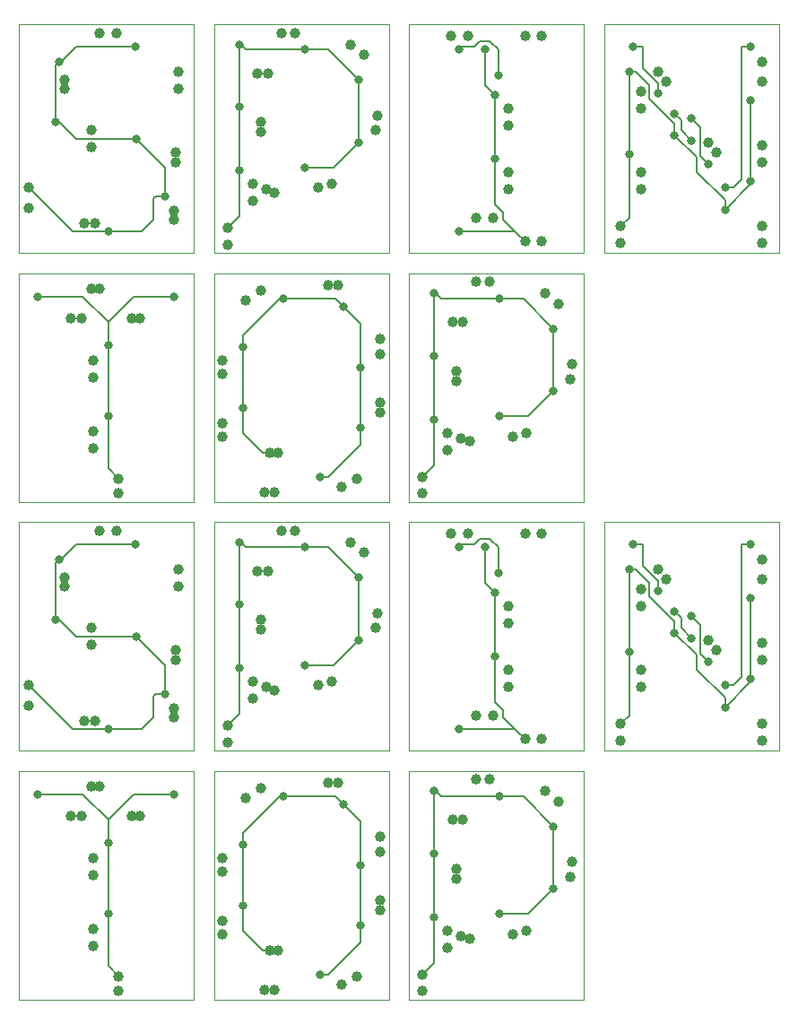
<source format=gbl>
G75*
G70*
%OFA0B0*%
%FSLAX25Y25*%
%IPPOS*%
%LPD*%
%AMOC8*
5,1,8,0,0,1.08239X$1,22.5*
%
%ADD10C,0.03970*%
%ADD14C,0.03170*%
%ADD16C,0.00600*%
%ADD17C,0.00000*%
X0010000Y0010000D02*
G75*
%LPD*%
D17*
X0010000Y0010000D02*
X0010000Y0095000D01*
X0075000Y0095000D01*
X0075000Y0010000D01*
X0010000Y0010000D01*
D10*
X0037500Y0030000D03*
X0037500Y0036250D03*
X0046870Y0018750D03*
X0046870Y0013120D03*
X0037500Y0056250D03*
X0037500Y0062500D03*
X0033120Y0078120D03*
X0029370Y0078120D03*
X0036870Y0089370D03*
X0040000Y0089370D03*
X0051870Y0078120D03*
X0055000Y0078120D03*
D14*
X0043120Y0068120D03*
X0043120Y0041870D03*
X0067500Y0086250D03*
X0016870Y0086250D03*
D16*
X0033750Y0086250D01*
X0043120Y0076870D01*
X0052500Y0086250D01*
X0067500Y0086250D01*
X0043120Y0076870D02*
X0043120Y0068120D01*
X0043120Y0041870D01*
X0043120Y0022500D01*
X0046870Y0018750D01*
X0082500Y0010000D02*
G75*
%LPD*%
D17*
X0082500Y0010000D02*
X0082500Y0095000D01*
X0147500Y0095000D01*
X0147500Y0010000D01*
X0082500Y0010000D01*
D10*
X0101250Y0013750D03*
X0105000Y0013750D03*
X0106250Y0028120D03*
X0103120Y0028120D03*
X0085620Y0034370D03*
X0085620Y0039370D03*
X0085620Y0057500D03*
X0085620Y0062500D03*
X0094370Y0085000D03*
X0100000Y0088750D03*
X0125000Y0090620D03*
X0128750Y0090620D03*
X0144370Y0070620D03*
X0144370Y0065000D03*
X0144370Y0046870D03*
X0144370Y0043120D03*
X0135620Y0018750D03*
X0130000Y0015620D03*
D16*
X0125000Y0019370D02*
X0136870Y0031250D01*
X0136870Y0037500D01*
X0136870Y0060000D01*
X0136870Y0076250D01*
X0130620Y0082500D01*
X0127500Y0085620D01*
X0108120Y0085620D01*
X0106870Y0085620D01*
X0093120Y0071870D01*
X0093120Y0067500D01*
X0093120Y0045000D01*
X0093120Y0035620D01*
X0100620Y0028120D01*
X0103120Y0028120D01*
X0121870Y0019370D02*
X0125000Y0019370D01*
D14*
X0121870Y0019370D03*
X0136870Y0037500D03*
X0136870Y0060000D03*
X0130620Y0082500D03*
X0108120Y0085620D03*
X0093120Y0067500D03*
X0093120Y0045000D03*
X0155000Y0010000D02*
G75*
%LPD*%
D17*
X0155000Y0010000D02*
X0155000Y0095000D01*
X0220000Y0095000D01*
X0220000Y0010000D01*
X0155000Y0010000D01*
D10*
X0160000Y0013120D03*
X0160000Y0019370D03*
X0169370Y0029370D03*
X0174370Y0033750D03*
X0177500Y0032500D03*
X0169370Y0035620D03*
X0172500Y0055000D03*
X0172500Y0058750D03*
X0171250Y0076870D03*
X0175000Y0076870D03*
X0180000Y0091870D03*
X0185000Y0091870D03*
X0205620Y0087500D03*
X0210620Y0083750D03*
X0215620Y0061250D03*
X0215000Y0055620D03*
X0198750Y0035620D03*
X0193750Y0034370D03*
D14*
X0188750Y0041870D03*
X0208750Y0051250D03*
X0208750Y0074370D03*
X0188750Y0085620D03*
X0164370Y0087500D03*
X0164370Y0064370D03*
X0164370Y0040620D03*
D16*
X0164370Y0064370D01*
X0164370Y0087500D01*
X0165000Y0087500D01*
X0166870Y0085620D01*
X0188750Y0085620D01*
X0197500Y0085620D01*
X0208750Y0074370D01*
X0208750Y0051250D01*
X0199370Y0041870D01*
X0188750Y0041870D01*
X0208120Y0051870D02*
X0208750Y0051250D01*
X0164370Y0040620D02*
X0164370Y0023750D01*
X0160000Y0019370D01*
X0010000Y0102500D02*
G75*
%LPD*%
D17*
X0010000Y0102500D02*
X0010000Y0187500D01*
X0075000Y0187500D01*
X0075000Y0102500D01*
X0010000Y0102500D01*
D10*
X0013750Y0119370D03*
X0013750Y0126870D03*
X0034370Y0113750D03*
X0038120Y0113750D03*
X0036870Y0141870D03*
X0036870Y0148120D03*
X0026870Y0163750D03*
X0026870Y0166870D03*
X0040000Y0184370D03*
X0046250Y0184370D03*
X0069370Y0170000D03*
X0069370Y0163750D03*
X0068120Y0140000D03*
X0068120Y0136250D03*
X0067500Y0118120D03*
X0067500Y0115000D03*
D16*
X0060000Y0115000D02*
X0060000Y0122880D01*
X0060860Y0123750D01*
X0064370Y0123750D01*
X0064370Y0134370D01*
X0053750Y0145000D01*
X0031250Y0145000D01*
X0025000Y0151250D01*
X0023750Y0151250D01*
X0023750Y0172500D01*
X0025000Y0173750D01*
X0025620Y0173750D01*
X0031250Y0179370D01*
X0053120Y0179370D01*
X0013750Y0126870D02*
X0030000Y0110620D01*
X0043120Y0110620D01*
X0055620Y0110620D01*
X0060000Y0115000D01*
D14*
X0064370Y0123750D03*
X0053750Y0145000D03*
X0025000Y0173750D03*
X0023750Y0151250D03*
X0053120Y0179370D03*
X0043120Y0110620D03*
X0082500Y0102500D02*
G75*
%LPD*%
D17*
X0082500Y0102500D02*
X0082500Y0187500D01*
X0147500Y0187500D01*
X0147500Y0102500D01*
X0082500Y0102500D01*
D10*
X0087500Y0105620D03*
X0087500Y0111870D03*
X0096870Y0121870D03*
X0101870Y0126250D03*
X0105000Y0125000D03*
X0096870Y0128120D03*
X0100000Y0147500D03*
X0100000Y0151250D03*
X0098750Y0169370D03*
X0102500Y0169370D03*
X0107500Y0184370D03*
X0112500Y0184370D03*
X0133120Y0180000D03*
X0138120Y0176250D03*
X0143120Y0153750D03*
X0142500Y0148120D03*
X0126250Y0128120D03*
X0121250Y0126870D03*
D14*
X0116250Y0134370D03*
X0136250Y0143750D03*
X0136250Y0166870D03*
X0116250Y0178120D03*
X0091870Y0180000D03*
X0091870Y0156870D03*
X0091870Y0133120D03*
D16*
X0091870Y0156870D01*
X0091870Y0180000D01*
X0092500Y0180000D01*
X0094370Y0178120D01*
X0116250Y0178120D01*
X0125000Y0178120D01*
X0136250Y0166870D01*
X0136250Y0143750D01*
X0126870Y0134370D01*
X0116250Y0134370D01*
X0135620Y0144370D02*
X0136250Y0143750D01*
X0091870Y0133120D02*
X0091870Y0116250D01*
X0087500Y0111870D01*
X0155000Y0102500D02*
G75*
%LPD*%
D17*
X0155000Y0102500D02*
X0155000Y0187500D01*
X0220000Y0187500D01*
X0220000Y0102500D01*
X0155000Y0102500D01*
D10*
X0180000Y0115620D03*
X0186250Y0115620D03*
X0191870Y0126250D03*
X0191870Y0132500D03*
X0191870Y0150000D03*
X0191870Y0156250D03*
X0198120Y0183120D03*
X0204370Y0183120D03*
X0176870Y0183120D03*
X0170620Y0183120D03*
X0198120Y0106870D03*
X0204370Y0106870D03*
D14*
X0186870Y0137500D03*
X0186870Y0161250D03*
X0188120Y0168750D03*
X0183120Y0178120D03*
X0173750Y0178120D03*
X0173750Y0110620D03*
D16*
X0194370Y0110620D01*
X0190000Y0115000D01*
X0190000Y0117500D01*
X0186870Y0120620D01*
X0186870Y0137500D01*
X0186870Y0161250D01*
X0183120Y0165000D01*
X0183120Y0178120D01*
X0181250Y0181250D02*
X0185000Y0181250D01*
X0188120Y0178120D01*
X0188120Y0168750D01*
X0179370Y0179370D02*
X0181250Y0181250D01*
X0179370Y0179370D02*
X0175000Y0179370D01*
X0173750Y0178120D01*
X0194370Y0110620D02*
X0195000Y0110000D01*
X0198120Y0106870D01*
X0227500Y0102500D02*
G75*
%LPD*%
D17*
X0227500Y0102500D02*
X0227500Y0187500D01*
X0292500Y0187500D01*
X0292500Y0102500D01*
X0227500Y0102500D01*
D10*
X0233750Y0106250D03*
X0233750Y0112500D03*
X0241250Y0126250D03*
X0241250Y0132500D03*
X0241250Y0156250D03*
X0241250Y0162500D03*
X0247500Y0170000D03*
X0250620Y0166250D03*
X0266250Y0143750D03*
X0269370Y0140000D03*
X0286250Y0142500D03*
X0286250Y0136250D03*
X0286250Y0112500D03*
X0286250Y0106250D03*
X0286250Y0166250D03*
X0286250Y0173750D03*
D14*
X0281870Y0179370D03*
X0281870Y0159370D03*
X0260000Y0152500D03*
X0253750Y0154370D03*
X0253750Y0146250D03*
X0260000Y0144370D03*
X0266250Y0135620D03*
X0272500Y0126870D03*
X0272500Y0118750D03*
X0281870Y0129370D03*
X0247500Y0161870D03*
X0236870Y0170000D03*
X0238120Y0179370D03*
X0236870Y0139370D03*
D16*
X0236870Y0170000D01*
X0239370Y0170000D01*
X0244370Y0165000D01*
X0244370Y0160000D01*
X0253750Y0150620D01*
X0253750Y0146250D01*
X0261870Y0138120D01*
X0261870Y0132740D01*
X0272500Y0122110D01*
X0272500Y0118750D01*
X0281870Y0128120D01*
X0281870Y0129370D01*
X0281870Y0159370D01*
X0263120Y0149370D02*
X0263120Y0138750D01*
X0266250Y0135620D01*
X0260000Y0144370D02*
X0256250Y0148120D01*
X0256250Y0151870D01*
X0253750Y0154370D01*
X0260000Y0152500D02*
X0263120Y0149370D01*
X0247500Y0161870D02*
X0247500Y0165620D01*
X0241870Y0171250D01*
X0241870Y0179370D01*
X0238120Y0179370D01*
X0236870Y0139370D02*
X0236870Y0115620D01*
X0233750Y0112500D01*
X0272500Y0126870D02*
X0275620Y0126870D01*
X0278750Y0130000D01*
X0278750Y0179370D01*
X0281870Y0179370D01*
X0010000Y0195000D02*
G75*
%LPD*%
D17*
X0010000Y0195000D02*
X0010000Y0280000D01*
X0075000Y0280000D01*
X0075000Y0195000D01*
X0010000Y0195000D01*
D10*
X0037500Y0215000D03*
X0037500Y0221250D03*
X0046870Y0203750D03*
X0046870Y0198120D03*
X0037500Y0241250D03*
X0037500Y0247500D03*
X0033120Y0263120D03*
X0029370Y0263120D03*
X0036870Y0274370D03*
X0040000Y0274370D03*
X0051870Y0263120D03*
X0055000Y0263120D03*
D14*
X0043120Y0253120D03*
X0043120Y0226870D03*
X0067500Y0271250D03*
X0016870Y0271250D03*
D16*
X0033750Y0271250D01*
X0043120Y0261870D01*
X0052500Y0271250D01*
X0067500Y0271250D01*
X0043120Y0261870D02*
X0043120Y0253120D01*
X0043120Y0226870D01*
X0043120Y0207500D01*
X0046870Y0203750D01*
X0082500Y0195000D02*
G75*
%LPD*%
D17*
X0082500Y0195000D02*
X0082500Y0280000D01*
X0147500Y0280000D01*
X0147500Y0195000D01*
X0082500Y0195000D01*
D10*
X0101250Y0198750D03*
X0105000Y0198750D03*
X0106250Y0213120D03*
X0103120Y0213120D03*
X0085620Y0219370D03*
X0085620Y0224370D03*
X0085620Y0242500D03*
X0085620Y0247500D03*
X0094370Y0270000D03*
X0100000Y0273750D03*
X0125000Y0275620D03*
X0128750Y0275620D03*
X0144370Y0255620D03*
X0144370Y0250000D03*
X0144370Y0231870D03*
X0144370Y0228120D03*
X0135620Y0203750D03*
X0130000Y0200620D03*
D16*
X0125000Y0204370D02*
X0136870Y0216250D01*
X0136870Y0222500D01*
X0136870Y0245000D01*
X0136870Y0261250D01*
X0130620Y0267500D01*
X0127500Y0270620D01*
X0108120Y0270620D01*
X0106870Y0270620D01*
X0093120Y0256870D01*
X0093120Y0252500D01*
X0093120Y0230000D01*
X0093120Y0220620D01*
X0100620Y0213120D01*
X0103120Y0213120D01*
X0121870Y0204370D02*
X0125000Y0204370D01*
D14*
X0121870Y0204370D03*
X0136870Y0222500D03*
X0136870Y0245000D03*
X0130620Y0267500D03*
X0108120Y0270620D03*
X0093120Y0252500D03*
X0093120Y0230000D03*
X0155000Y0195000D02*
G75*
%LPD*%
D17*
X0155000Y0195000D02*
X0155000Y0280000D01*
X0220000Y0280000D01*
X0220000Y0195000D01*
X0155000Y0195000D01*
D10*
X0160000Y0198120D03*
X0160000Y0204370D03*
X0169370Y0214370D03*
X0174370Y0218750D03*
X0177500Y0217500D03*
X0169370Y0220620D03*
X0172500Y0240000D03*
X0172500Y0243750D03*
X0171250Y0261870D03*
X0175000Y0261870D03*
X0180000Y0276870D03*
X0185000Y0276870D03*
X0205620Y0272500D03*
X0210620Y0268750D03*
X0215620Y0246250D03*
X0215000Y0240620D03*
X0198750Y0220620D03*
X0193750Y0219370D03*
D14*
X0188750Y0226870D03*
X0208750Y0236250D03*
X0208750Y0259370D03*
X0188750Y0270620D03*
X0164370Y0272500D03*
X0164370Y0249370D03*
X0164370Y0225620D03*
D16*
X0164370Y0249370D01*
X0164370Y0272500D01*
X0165000Y0272500D01*
X0166870Y0270620D01*
X0188750Y0270620D01*
X0197500Y0270620D01*
X0208750Y0259370D01*
X0208750Y0236250D01*
X0199370Y0226870D01*
X0188750Y0226870D01*
X0208120Y0236870D02*
X0208750Y0236250D01*
X0164370Y0225620D02*
X0164370Y0208750D01*
X0160000Y0204370D01*
X0010000Y0287500D02*
G75*
%LPD*%
D17*
X0010000Y0287500D02*
X0010000Y0372500D01*
X0075000Y0372500D01*
X0075000Y0287500D01*
X0010000Y0287500D01*
D10*
X0013750Y0304370D03*
X0013750Y0311870D03*
X0034370Y0298750D03*
X0038120Y0298750D03*
X0036870Y0326870D03*
X0036870Y0333120D03*
X0026870Y0348750D03*
X0026870Y0351870D03*
X0040000Y0369370D03*
X0046250Y0369370D03*
X0069370Y0355000D03*
X0069370Y0348750D03*
X0068120Y0325000D03*
X0068120Y0321250D03*
X0067500Y0303120D03*
X0067500Y0300000D03*
D16*
X0060000Y0300000D02*
X0060000Y0307880D01*
X0060860Y0308750D01*
X0064370Y0308750D01*
X0064370Y0319370D01*
X0053750Y0330000D01*
X0031250Y0330000D01*
X0025000Y0336250D01*
X0023750Y0336250D01*
X0023750Y0357500D01*
X0025000Y0358750D01*
X0025620Y0358750D01*
X0031250Y0364370D01*
X0053120Y0364370D01*
X0013750Y0311870D02*
X0030000Y0295620D01*
X0043120Y0295620D01*
X0055620Y0295620D01*
X0060000Y0300000D01*
D14*
X0064370Y0308750D03*
X0053750Y0330000D03*
X0025000Y0358750D03*
X0023750Y0336250D03*
X0053120Y0364370D03*
X0043120Y0295620D03*
X0082500Y0287500D02*
G75*
%LPD*%
D17*
X0082500Y0287500D02*
X0082500Y0372500D01*
X0147500Y0372500D01*
X0147500Y0287500D01*
X0082500Y0287500D01*
D10*
X0087500Y0290620D03*
X0087500Y0296870D03*
X0096870Y0306870D03*
X0101870Y0311250D03*
X0105000Y0310000D03*
X0096870Y0313120D03*
X0100000Y0332500D03*
X0100000Y0336250D03*
X0098750Y0354370D03*
X0102500Y0354370D03*
X0107500Y0369370D03*
X0112500Y0369370D03*
X0133120Y0365000D03*
X0138120Y0361250D03*
X0143120Y0338750D03*
X0142500Y0333120D03*
X0126250Y0313120D03*
X0121250Y0311870D03*
D14*
X0116250Y0319370D03*
X0136250Y0328750D03*
X0136250Y0351870D03*
X0116250Y0363120D03*
X0091870Y0365000D03*
X0091870Y0341870D03*
X0091870Y0318120D03*
D16*
X0091870Y0341870D01*
X0091870Y0365000D01*
X0092500Y0365000D01*
X0094370Y0363120D01*
X0116250Y0363120D01*
X0125000Y0363120D01*
X0136250Y0351870D01*
X0136250Y0328750D01*
X0126870Y0319370D01*
X0116250Y0319370D01*
X0135620Y0329370D02*
X0136250Y0328750D01*
X0091870Y0318120D02*
X0091870Y0301250D01*
X0087500Y0296870D01*
X0155000Y0287500D02*
G75*
%LPD*%
D17*
X0155000Y0287500D02*
X0155000Y0372500D01*
X0220000Y0372500D01*
X0220000Y0287500D01*
X0155000Y0287500D01*
D10*
X0180000Y0300620D03*
X0186250Y0300620D03*
X0191870Y0311250D03*
X0191870Y0317500D03*
X0191870Y0335000D03*
X0191870Y0341250D03*
X0198120Y0368120D03*
X0204370Y0368120D03*
X0176870Y0368120D03*
X0170620Y0368120D03*
X0198120Y0291870D03*
X0204370Y0291870D03*
D14*
X0186870Y0322500D03*
X0186870Y0346250D03*
X0188120Y0353750D03*
X0183120Y0363120D03*
X0173750Y0363120D03*
X0173750Y0295620D03*
D16*
X0194370Y0295620D01*
X0190000Y0300000D01*
X0190000Y0302500D01*
X0186870Y0305620D01*
X0186870Y0322500D01*
X0186870Y0346250D01*
X0183120Y0350000D01*
X0183120Y0363120D01*
X0181250Y0366250D02*
X0185000Y0366250D01*
X0188120Y0363120D01*
X0188120Y0353750D01*
X0179370Y0364370D02*
X0181250Y0366250D01*
X0179370Y0364370D02*
X0175000Y0364370D01*
X0173750Y0363120D01*
X0194370Y0295620D02*
X0195000Y0295000D01*
X0198120Y0291870D01*
X0227500Y0287500D02*
G75*
%LPD*%
D17*
X0227500Y0287500D02*
X0227500Y0372500D01*
X0292500Y0372500D01*
X0292500Y0287500D01*
X0227500Y0287500D01*
D10*
X0233750Y0291250D03*
X0233750Y0297500D03*
X0241250Y0311250D03*
X0241250Y0317500D03*
X0241250Y0341250D03*
X0241250Y0347500D03*
X0247500Y0355000D03*
X0250620Y0351250D03*
X0266250Y0328750D03*
X0269370Y0325000D03*
X0286250Y0327500D03*
X0286250Y0321250D03*
X0286250Y0297500D03*
X0286250Y0291250D03*
X0286250Y0351250D03*
X0286250Y0358750D03*
D14*
X0281870Y0364370D03*
X0281870Y0344370D03*
X0260000Y0337500D03*
X0253750Y0339370D03*
X0253750Y0331250D03*
X0260000Y0329370D03*
X0266250Y0320620D03*
X0272500Y0311870D03*
X0272500Y0303750D03*
X0281870Y0314370D03*
X0247500Y0346870D03*
X0236870Y0355000D03*
X0238120Y0364370D03*
X0236870Y0324370D03*
D16*
X0236870Y0355000D01*
X0239370Y0355000D01*
X0244370Y0350000D01*
X0244370Y0345000D01*
X0253750Y0335620D01*
X0253750Y0331250D01*
X0261870Y0323120D01*
X0261870Y0317740D01*
X0272500Y0307110D01*
X0272500Y0303750D01*
X0281870Y0313120D01*
X0281870Y0314370D01*
X0281870Y0344370D01*
X0263120Y0334370D02*
X0263120Y0323750D01*
X0266250Y0320620D01*
X0260000Y0329370D02*
X0256250Y0333120D01*
X0256250Y0336870D01*
X0253750Y0339370D01*
X0260000Y0337500D02*
X0263120Y0334370D01*
X0247500Y0346870D02*
X0247500Y0350620D01*
X0241870Y0356250D01*
X0241870Y0364370D01*
X0238120Y0364370D01*
X0236870Y0324370D02*
X0236870Y0300620D01*
X0233750Y0297500D01*
X0272500Y0311870D02*
X0275620Y0311870D01*
X0278750Y0315000D01*
X0278750Y0364370D01*
X0281870Y0364370D01*
M02*

</source>
